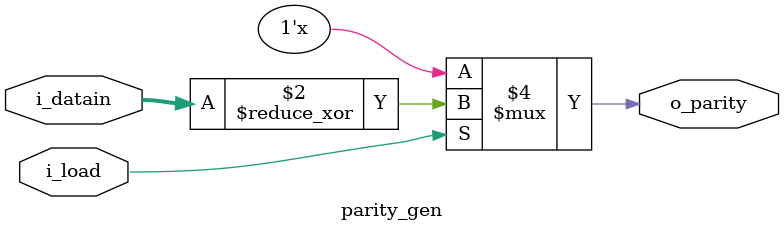
<source format=v>
module parity_gen(
i_datain,i_load,o_parity);
	input [7:0]i_datain;
	input i_load;
	output reg o_parity;
   always@(i_load,i_datain)
	begin
		if(i_load)
			o_parity=^(i_datain);
	end
endmodule

</source>
